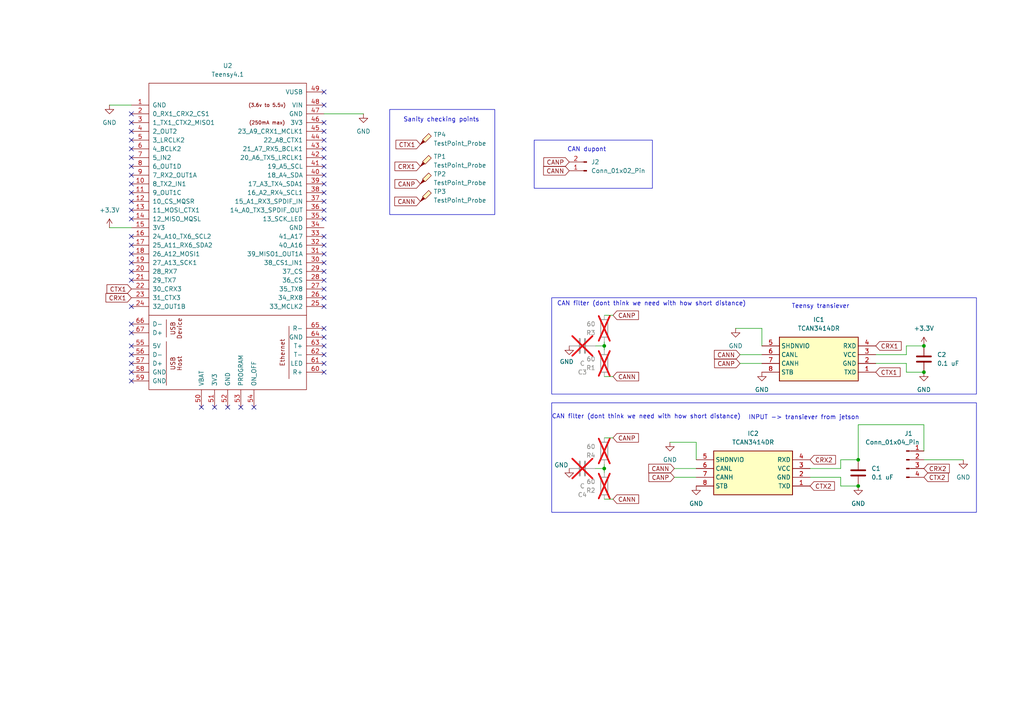
<source format=kicad_sch>
(kicad_sch (version 20231120) (generator "eeschema") (generator_version "8.0")
  (paper "A4")
  (lib_symbols
    (symbol "Connector:Conn_01x02_Pin" (pin_names (offset 1.016) hide)
      (property "Reference" "J" (at 0 2.54 0))
      (property "Value" "Conn_01x02_Pin" (at 0 -5.08 0))
      (symbol "Conn_01x02_Pin_1_1"
        (polyline (pts (xy 1.27 -2.54) (xy 0.8636 -2.54)) (stroke (width 0.1524)))
        (polyline (pts (xy 1.27 0) (xy 0.8636 0)) (stroke (width 0.1524)))
        (rectangle (start 0.8636 -2.413) (end 0 -2.667) (stroke (width 0.1524)) (fill (type outline)))
        (rectangle (start 0.8636 0.127) (end 0 -0.127) (stroke (width 0.1524)) (fill (type outline)))
        (pin passive line (at 5.08 0 180) (length 3.81) (name "Pin_1") (number "1"))
        (pin passive line (at 5.08 -2.54 180) (length 3.81) (name "Pin_2") (number "2"))
      )
    )
    (symbol "Connector:Conn_01x04_Pin" (pin_names (offset 1.016) hide)
      (property "Reference" "J" (at 0 5.08 0))
      (property "Value" "Conn_01x04_Pin" (at 0 -7.62 0))
      (symbol "Conn_01x04_Pin_1_1"
        (polyline (pts (xy 1.27 -5.08) (xy 0.8636 -5.08)) (stroke (width 0.1524)))
        (polyline (pts (xy 1.27 -2.54) (xy 0.8636 -2.54)) (stroke (width 0.1524)))
        (polyline (pts (xy 1.27 0) (xy 0.8636 0)) (stroke (width 0.1524)))
        (polyline (pts (xy 1.27 2.54) (xy 0.8636 2.54)) (stroke (width 0.1524)))
        (rectangle (start 0.8636 -4.953) (end 0 -5.207) (stroke (width 0.1524)) (fill (type outline)))
        (rectangle (start 0.8636 -2.413) (end 0 -2.667) (stroke (width 0.1524)) (fill (type outline)))
        (rectangle (start 0.8636 0.127) (end 0 -0.127) (stroke (width 0.1524)) (fill (type outline)))
        (rectangle (start 0.8636 2.667) (end 0 2.413) (stroke (width 0.1524)) (fill (type outline)))
        (pin passive line (at 5.08 2.54 180) (length 3.81) (name "Pin_1") (number "1"))
        (pin passive line (at 5.08 0 180) (length 3.81) (name "Pin_2") (number "2"))
        (pin passive line (at 5.08 -2.54 180) (length 3.81) (name "Pin_3") (number "3"))
        (pin passive line (at 5.08 -5.08 180) (length 3.81) (name "Pin_4") (number "4"))
      )
    )
    (symbol "Connector:TestPoint_Probe" (pin_numbers hide) (pin_names (offset 0.762) hide)
      (property "Reference" "TP" (at 1.651 5.842 0))
      (property "Value" "TestPoint_Probe" (at 1.651 4.064 0))
      (symbol "TestPoint_Probe_0_1"
        (polyline (pts (xy 1.27 0.762) (xy 0 0) (xy 0.762 1.27) (xy 1.27 0.762)) (fill (type outline)))
        (polyline (pts (xy 1.397 0.635) (xy 0.635 1.397) (xy 2.413 3.175) (xy 3.175 2.413) (xy 1.397 0.635)) (fill (type background)))
      )
      (symbol "TestPoint_Probe_1_1"
        (pin passive line (at 0 0 90) (length 0) (name "1") (number "1"))
      )
    )
    (symbol "Device:C" (pin_numbers hide) (pin_names (offset 0.254))
      (property "Reference" "C" (at 0.635 2.54 0))
      (property "Value" "C" (at 0.635 -2.54 0))
      (symbol "C_0_1"
        (polyline (pts (xy -2.032 -0.762) (xy 2.032 -0.762)) (stroke (width 0.508)))
        (polyline (pts (xy -2.032 0.762) (xy 2.032 0.762)) (stroke (width 0.508)))
      )
      (symbol "C_1_1"
        (pin passive line (at 0 3.81 270) (length 2.794) (name "~") (number "1"))
        (pin passive line (at 0 -3.81 90) (length 2.794) (name "~") (number "2"))
      )
    )
    (symbol "Device:R" (pin_numbers hide) (pin_names (offset 0))
      (property "Reference" "R" (at 2.032 0 90))
      (property "Value" "R" (at 0 0 90))
      (symbol "R_0_1"
        (rectangle (start -1.016 -2.54) (end 1.016 2.54) (stroke (width 0.254)))
      )
      (symbol "R_1_1"
        (pin passive line (at 0 3.81 270) (length 1.27) (name "~") (number "1"))
        (pin passive line (at 0 -3.81 90) (length 1.27) (name "~") (number "2"))
      )
    )
    (symbol "TCAN3414DR:TCAN3414DR"
      (property "Reference" "IC" (at 29.21 7.62 0))
      (property "Value" "TCAN3414DR" (at 29.21 5.08 0))
      (symbol "TCAN3414DR_1_1"
        (rectangle (start 5.08 2.54) (end 27.94 -10.16) (stroke (width 0.254)) (fill (type background)))
        (pin passive line (at 0 0 0) (length 5.08) (name "TXD") (number "1"))
        (pin passive line (at 0 -2.54 0) (length 5.08) (name "GND") (number "2"))
        (pin passive line (at 0 -5.08 0) (length 5.08) (name "VCC") (number "3"))
        (pin passive line (at 0 -7.62 0) (length 5.08) (name "RXD") (number "4"))
        (pin passive line (at 33.02 -7.62 180) (length 5.08) (name "SHDNVIO") (number "5"))
        (pin passive line (at 33.02 -5.08 180) (length 5.08) (name "CANL") (number "6"))
        (pin passive line (at 33.02 -2.54 180) (length 5.08) (name "CANH") (number "7"))
        (pin passive line (at 33.02 0 180) (length 5.08) (name "STB") (number "8"))
      )
    )
    (symbol "power:+3.3V" (power) (pin_numbers hide) (pin_names (offset 0) hide)
      (property "Value" "+3.3V" (at 0 3.556 0))
      (symbol "+3.3V_0_1"
        (polyline (pts (xy -0.762 1.27) (xy 0 2.54)))
        (polyline (pts (xy 0 0) (xy 0 2.54)))
        (polyline (pts (xy 0 2.54) (xy 0.762 1.27)))
      )
      (symbol "+3.3V_1_1"
        (pin power_in line (at 0 0 90) (length 0) (name "~") (number "1"))
      )
    )
    (symbol "power:GND" (power) (pin_numbers hide) (pin_names (offset 0) hide)
      (property "Value" "GND" (at 0 -3.81 0))
      (symbol "GND_0_1"
        (polyline (pts (xy 0 0) (xy 0 -1.27) (xy 1.27 -1.27) (xy 0 -2.54) (xy -1.27 -1.27) (xy 0 -1.27)))
      )
      (symbol "GND_1_1"
        (pin power_in line (at 0 0 270) (length 0) (name "~") (number "1"))
      )
    )
    (symbol "teensy:Teensy4.1" (pin_names (offset 1.016))
      (property "Reference" "U" (at 0 64.77 0))
      (property "Value" "Teensy4.1" (at 0 62.23 0))
      (symbol "Teensy4.1_0_0"
        (polyline (pts (xy -22.86 -6.35) (xy 22.86 -6.35)))
        (polyline (pts (xy -17.78 -26.67) (xy -17.78 -13.97)))
        (polyline (pts (xy -17.78 -7.62) (xy -17.78 -12.7)))
        (polyline (pts (xy 17.78 -9.525) (xy 17.78 -24.765)))
        (text "(250mA max)" (at 11.43 49.53 0) (effects (font (size 1.016 1.016))))
        (text "(3.6v to 5.5v)" (at 11.43 54.61 0) (effects (font (size 1.016 1.016))))
        (text "Device" (at -13.97 -10.16 900) (effects (font (size 1.27 1.27))))
        (text "Ethernet" (at 15.875 -17.145 900) (effects (font (size 1.27 1.27))))
        (text "Host" (at -13.97 -20.32 900) (effects (font (size 1.27 1.27))))
        (text "USB" (at -15.875 -20.32 900) (effects (font (size 1.27 1.27))))
        (text "USB" (at -15.875 -10.16 900) (effects (font (size 1.27 1.27))))
        (pin bidirectional line (at -27.94 31.75 0) (length 5.08) (name "8_TX2_IN1") (number "10"))
        (pin bidirectional line (at -27.94 29.21 0) (length 5.08) (name "9_OUT1C") (number "11"))
        (pin bidirectional line (at -27.94 26.67 0) (length 5.08) (name "10_CS_MQSR") (number "12"))
        (pin bidirectional line (at -27.94 24.13 0) (length 5.08) (name "11_MOSI_CTX1") (number "13"))
        (pin bidirectional line (at -27.94 21.59 0) (length 5.08) (name "12_MISO_MQSL") (number "14"))
        (pin power_in line (at -27.94 19.05 0) (length 5.08) (name "3V3") (number "15"))
        (pin bidirectional line (at -27.94 16.51 0) (length 5.08) (name "24_A10_TX6_SCL2") (number "16"))
        (pin bidirectional line (at -27.94 13.97 0) (length 5.08) (name "25_A11_RX6_SDA2") (number "17"))
        (pin bidirectional line (at -27.94 11.43 0) (length 5.08) (name "26_A12_MOSI1") (number "18"))
        (pin bidirectional line (at -27.94 8.89 0) (length 5.08) (name "27_A13_SCK1") (number "19"))
        (pin bidirectional line (at -27.94 6.35 0) (length 5.08) (name "28_RX7") (number "20"))
        (pin bidirectional line (at -27.94 3.81 0) (length 5.08) (name "29_TX7") (number "21"))
        (pin bidirectional line (at -27.94 1.27 0) (length 5.08) (name "30_CRX3") (number "22"))
        (pin bidirectional line (at -27.94 -1.27 0) (length 5.08) (name "31_CTX3") (number "23"))
        (pin bidirectional line (at -27.94 -3.81 0) (length 5.08) (name "32_OUT1B") (number "24"))
        (pin bidirectional line (at 27.94 -3.81 180) (length 5.08) (name "33_MCLK2") (number "25"))
        (pin bidirectional line (at 27.94 -1.27 180) (length 5.08) (name "34_RX8") (number "26"))
        (pin bidirectional line (at 27.94 1.27 180) (length 5.08) (name "35_TX8") (number "27"))
        (pin bidirectional line (at 27.94 3.81 180) (length 5.08) (name "36_CS") (number "28"))
        (pin bidirectional line (at 27.94 6.35 180) (length 5.08) (name "37_CS") (number "29"))
        (pin bidirectional line (at 27.94 8.89 180) (length 5.08) (name "38_CS1_IN1") (number "30"))
        (pin bidirectional line (at 27.94 11.43 180) (length 5.08) (name "39_MISO1_OUT1A") (number "31"))
        (pin bidirectional line (at 27.94 13.97 180) (length 5.08) (name "40_A16") (number "32"))
        (pin bidirectional line (at 27.94 16.51 180) (length 5.08) (name "41_A17") (number "33"))
        (pin bidirectional line (at 27.94 21.59 180) (length 5.08) (name "13_SCK_LED") (number "35"))
        (pin bidirectional line (at 27.94 24.13 180) (length 5.08) (name "14_A0_TX3_SPDIF_OUT") (number "36"))
        (pin bidirectional line (at 27.94 26.67 180) (length 5.08) (name "15_A1_RX3_SPDIF_IN") (number "37"))
        (pin bidirectional line (at 27.94 29.21 180) (length 5.08) (name "16_A2_RX4_SCL1") (number "38"))
        (pin bidirectional line (at 27.94 31.75 180) (length 5.08) (name "17_A3_TX4_SDA1") (number "39"))
        (pin bidirectional line (at 27.94 34.29 180) (length 5.08) (name "18_A4_SDA") (number "40"))
        (pin bidirectional line (at 27.94 36.83 180) (length 5.08) (name "19_A5_SCL") (number "41"))
        (pin bidirectional line (at 27.94 39.37 180) (length 5.08) (name "20_A6_TX5_LRCLK1") (number "42"))
        (pin bidirectional line (at 27.94 41.91 180) (length 5.08) (name "21_A7_RX5_BCLK1") (number "43"))
        (pin bidirectional line (at 27.94 44.45 180) (length 5.08) (name "22_A8_CTX1") (number "44"))
        (pin bidirectional line (at 27.94 46.99 180) (length 5.08) (name "23_A9_CRX1_MCLK1") (number "45"))
        (pin output line (at 27.94 49.53 180) (length 5.08) (name "3V3") (number "46"))
        (pin output line (at 27.94 52.07 180) (length 5.08) (name "GND") (number "47"))
        (pin power_in line (at 27.94 54.61 180) (length 5.08) (name "VIN") (number "48"))
        (pin power_out line (at 27.94 58.42 180) (length 5.08) (name "VUSB") (number "49"))
        (pin bidirectional line (at -27.94 44.45 0) (length 5.08) (name "3_LRCLK2") (number "5"))
        (pin power_in line (at -7.62 -33.02 90) (length 5.08) (name "VBAT") (number "50"))
        (pin power_in line (at -3.81 -33.02 90) (length 5.08) (name "3V3") (number "51"))
        (pin input line (at 0 -33.02 90) (length 5.08) (name "GND") (number "52"))
        (pin input line (at 3.81 -33.02 90) (length 5.08) (name "PROGRAM") (number "53"))
        (pin input line (at 7.62 -33.02 90) (length 5.08) (name "ON_OFF") (number "54"))
        (pin power_out line (at -27.94 -15.24 0) (length 5.08) (name "5V") (number "55"))
        (pin bidirectional line (at -27.94 -17.78 0) (length 5.08) (name "D-") (number "56"))
        (pin bidirectional line (at -27.94 -20.32 0) (length 5.08) (name "D+") (number "57"))
        (pin power_in line (at -27.94 -22.86 0) (length 5.08) (name "GND") (number "58"))
        (pin power_in line (at -27.94 -25.4 0) (length 5.08) (name "GND") (number "59"))
        (pin bidirectional line (at -27.94 41.91 0) (length 5.08) (name "4_BCLK2") (number "6"))
        (pin bidirectional line (at 27.94 -22.86 180) (length 5.08) (name "R+") (number "60"))
        (pin bidirectional line (at 27.94 -20.32 180) (length 5.08) (name "LED") (number "61"))
        (pin bidirectional line (at 27.94 -17.78 180) (length 5.08) (name "T-") (number "62"))
        (pin bidirectional line (at 27.94 -15.24 180) (length 5.08) (name "T+") (number "63"))
        (pin power_in line (at 27.94 -12.7 180) (length 5.08) (name "GND") (number "64"))
        (pin bidirectional line (at 27.94 -10.16 180) (length 5.08) (name "R-") (number "65"))
        (pin bidirectional line (at -27.94 -8.89 0) (length 5.08) (name "D-") (number "66"))
        (pin bidirectional line (at -27.94 -11.43 0) (length 5.08) (name "D+") (number "67"))
        (pin bidirectional line (at -27.94 39.37 0) (length 5.08) (name "5_IN2") (number "7"))
        (pin bidirectional line (at -27.94 36.83 0) (length 5.08) (name "6_OUT1D") (number "8"))
        (pin bidirectional line (at -27.94 34.29 0) (length 5.08) (name "7_RX2_OUT1A") (number "9"))
      )
      (symbol "Teensy4.1_0_1"
        (rectangle (start -22.86 60.96) (end 22.86 -27.94))
        (rectangle (start -20.32 -1.27) (end -20.32 -1.27))
      )
      (symbol "Teensy4.1_1_1"
        (pin power_in line (at -27.94 54.61 0) (length 5.08) (name "GND") (number "1"))
        (pin bidirectional line (at -27.94 52.07 0) (length 5.08) (name "0_RX1_CRX2_CS1") (number "2"))
        (pin bidirectional line (at -27.94 49.53 0) (length 5.08) (name "1_TX1_CTX2_MISO1") (number "3"))
        (pin power_in line (at 27.94 19.05 180) (length 5.08) (name "GND") (number "34"))
        (pin bidirectional line (at -27.94 46.99 0) (length 5.08) (name "2_OUT2") (number "4"))
      )
    )
  )
  (junction (at 267.97 107.95))
  (junction (at 175.26 100.33))
  (junction (at 175.26 135.89))
  (junction (at 248.92 140.97))
  (junction (at 267.97 100.33))
  (junction (at 248.92 133.35))
  (no_connect (at 38.1 93.98))
  (no_connect (at 93.98 73.66))
  (no_connect (at 38.1 88.9))
  (no_connect (at 38.1 102.87))
  (no_connect (at 38.1 110.49))
  (no_connect (at 93.98 50.8))
  (no_connect (at 93.98 76.2))
  (no_connect (at 38.1 76.2))
  (no_connect (at 93.98 48.26))
  (no_connect (at 93.98 45.72))
  (no_connect (at 38.1 40.64))
  (no_connect (at 38.1 100.33))
  (no_connect (at 93.98 26.67))
  (no_connect (at 93.98 43.18))
  (no_connect (at 38.1 63.5))
  (no_connect (at 38.1 78.74))
  (no_connect (at 93.98 78.74))
  (no_connect (at 38.1 71.12))
  (no_connect (at 38.1 55.88))
  (no_connect (at 38.1 105.41))
  (no_connect (at 38.1 50.8))
  (no_connect (at 93.98 100.33))
  (no_connect (at 93.98 63.5))
  (no_connect (at 93.98 86.36))
  (no_connect (at 93.98 88.9))
  (no_connect (at 38.1 45.72))
  (no_connect (at 93.98 107.95))
  (no_connect (at 66.04 118.11))
  (no_connect (at 93.98 102.87))
  (no_connect (at 62.23 118.11))
  (no_connect (at 38.1 68.58))
  (no_connect (at 38.1 107.95))
  (no_connect (at 93.98 97.79))
  (no_connect (at 73.66 118.11))
  (no_connect (at 38.1 96.52))
  (no_connect (at 38.1 60.96))
  (no_connect (at 38.1 43.18))
  (no_connect (at 38.1 81.28))
  (no_connect (at 93.98 35.56))
  (no_connect (at 93.98 53.34))
  (no_connect (at 93.98 40.64))
  (no_connect (at 93.98 58.42))
  (no_connect (at 69.85 118.11))
  (no_connect (at 93.98 95.25))
  (no_connect (at 93.98 71.12))
  (no_connect (at 93.98 83.82))
  (no_connect (at 38.1 73.66))
  (no_connect (at 38.1 53.34))
  (no_connect (at 93.98 60.96))
  (no_connect (at 93.98 55.88))
  (no_connect (at 38.1 35.56))
  (no_connect (at 58.42 118.11))
  (no_connect (at 38.1 58.42))
  (no_connect (at 38.1 38.1))
  (no_connect (at 38.1 48.26))
  (no_connect (at 93.98 38.1))
  (no_connect (at 93.98 30.48))
  (no_connect (at 93.98 68.58))
  (no_connect (at 93.98 81.28))
  (no_connect (at 38.1 33.02))
  (no_connect (at 93.98 105.41))
  (wire (pts (xy 31.75 30.48) (xy 38.1 30.48)))
  (wire (pts (xy 175.26 135.89) (xy 175.26 134.62)))
  (wire (pts (xy 214.63 102.87) (xy 220.98 102.87)))
  (wire (pts (xy 243.84 138.43) (xy 243.84 140.97)))
  (wire (pts (xy 177.8 144.78) (xy 175.26 144.78)))
  (wire (pts (xy 175.26 100.33) (xy 175.26 101.6)))
  (wire (pts (xy 262.89 105.41) (xy 262.89 107.95)))
  (wire (pts (xy 262.89 102.87) (xy 262.89 100.33)))
  (wire (pts (xy 195.58 138.43) (xy 201.93 138.43)))
  (wire (pts (xy 175.26 135.89) (xy 172.72 135.89)))
  (wire (pts (xy 177.8 127) (xy 175.26 127)))
  (wire (pts (xy 234.95 138.43) (xy 243.84 138.43)))
  (wire (pts (xy 267.97 133.35) (xy 279.4 133.35)))
  (wire (pts (xy 248.92 123.19) (xy 248.92 133.35)))
  (wire (pts (xy 267.97 123.19) (xy 248.92 123.19)))
  (wire (pts (xy 262.89 100.33) (xy 267.97 100.33)))
  (wire (pts (xy 214.63 105.41) (xy 220.98 105.41)))
  (wire (pts (xy 254 102.87) (xy 262.89 102.87)))
  (wire (pts (xy 234.95 135.89) (xy 243.84 135.89)))
  (wire (pts (xy 195.58 135.89) (xy 201.93 135.89)))
  (wire (pts (xy 31.75 66.04) (xy 38.1 66.04)))
  (wire (pts (xy 262.89 107.95) (xy 267.97 107.95)))
  (wire (pts (xy 201.93 128.27) (xy 201.93 133.35)))
  (wire (pts (xy 220.98 95.25) (xy 220.98 100.33)))
  (wire (pts (xy 177.8 91.44) (xy 175.26 91.44)))
  (wire (pts (xy 175.26 135.89) (xy 175.26 137.16)))
  (wire (pts (xy 243.84 133.35) (xy 248.92 133.35)))
  (wire (pts (xy 177.8 109.22) (xy 175.26 109.22)))
  (wire (pts (xy 194.31 128.27) (xy 201.93 128.27)))
  (wire (pts (xy 175.26 100.33) (xy 175.26 99.06)))
  (wire (pts (xy 213.36 95.25) (xy 220.98 95.25)))
  (wire (pts (xy 243.84 135.89) (xy 243.84 133.35)))
  (wire (pts (xy 93.98 33.02) (xy 105.41 33.02)))
  (wire (pts (xy 267.97 123.19) (xy 267.97 130.81)))
  (wire (pts (xy 175.26 100.33) (xy 172.72 100.33)))
  (wire (pts (xy 254 105.41) (xy 262.89 105.41)))
  (wire (pts (xy 243.84 140.97) (xy 248.92 140.97)))
  (rectangle (start 154.94 40.64) (end 189.23 54.61))
  (rectangle (start 160.02 86.36) (end 283.21 114.3))
  (rectangle (start 113.03 31.75) (end 143.51 62.23))
  (rectangle (start 160.02 116.84) (end 283.21 148.59))
  (text "CAN dupont" (at 170.18 43.434 0) (effects (font (size 1.27 1.27))))
  (text "Teensy transiever" (at 237.998 88.9 0) (effects (font (size 1.27 1.27))))
  (text "Sanity checking points" (at 128.016 34.798 0) (effects (font (size 1.27 1.27))))
  (text "INPUT -> transiever from jetson" (at 233.172 121.158 0) (effects (font (size 1.27 1.27))))
  (text "CAN filter (dont think we need with how short distance)" (at 188.976 88.138 0) (effects (font (size 1.27 1.27))))
  (text "CAN filter (dont think we need with how short distance)" (at 187.452 120.904 0) (effects (font (size 1.27 1.27))))
  (global_label "CANP" (shape input) (at 177.8 127 0) (property "Intersheetrefs" "${INTERSHEET_REFS}" (effects (hide yes))))
  (global_label "CANN" (shape input) (at 214.63 102.87 180) (property "Intersheetrefs" "${INTERSHEET_REFS}" (effects (hide yes))))
  (global_label "CRX1" (shape input) (at 254 100.33 0) (property "Intersheetrefs" "${INTERSHEET_REFS}" (effects (hide yes))))
  (global_label "CRX1" (shape input) (at 121.92 48.26 180) (property "Intersheetrefs" "${INTERSHEET_REFS}" (effects (hide yes))))
  (global_label "CTX1" (shape input) (at 38.1 83.82 180) (property "Intersheetrefs" "${INTERSHEET_REFS}" (effects (hide yes))))
  (global_label "CRX1" (shape input) (at 38.1 86.36 180) (property "Intersheetrefs" "${INTERSHEET_REFS}" (effects (hide yes))))
  (global_label "CRX2" (shape input) (at 234.95 133.35 0) (property "Intersheetrefs" "${INTERSHEET_REFS}" (effects (hide yes))))
  (global_label "CTX1" (shape input) (at 121.92 41.91 180) (property "Intersheetrefs" "${INTERSHEET_REFS}" (effects (hide yes))))
  (global_label "CTX2" (shape input) (at 267.97 138.43 0) (property "Intersheetrefs" "${INTERSHEET_REFS}" (effects (hide yes))))
  (global_label "CANP" (shape input) (at 165.1 46.99 180) (property "Intersheetrefs" "${INTERSHEET_REFS}" (effects (hide yes))))
  (global_label "CANP" (shape input) (at 195.58 138.43 180) (property "Intersheetrefs" "${INTERSHEET_REFS}" (effects (hide yes))))
  (global_label "CANN" (shape input) (at 177.8 144.78 0) (property "Intersheetrefs" "${INTERSHEET_REFS}" (effects (hide yes))))
  (global_label "CANN" (shape input) (at 195.58 135.89 180) (property "Intersheetrefs" "${INTERSHEET_REFS}" (effects (hide yes))))
  (global_label "CANP" (shape input) (at 214.63 105.41 180) (property "Intersheetrefs" "${INTERSHEET_REFS}" (effects (hide yes))))
  (global_label "CANN" (shape input) (at 177.8 109.22 0) (property "Intersheetrefs" "${INTERSHEET_REFS}" (effects (hide yes))))
  (global_label "CTX2" (shape input) (at 234.95 140.97 0) (property "Intersheetrefs" "${INTERSHEET_REFS}" (effects (hide yes))))
  (global_label "CANP" (shape input) (at 177.8 91.44 0) (property "Intersheetrefs" "${INTERSHEET_REFS}" (effects (hide yes))))
  (global_label "CANN" (shape input) (at 165.1 49.53 180) (property "Intersheetrefs" "${INTERSHEET_REFS}" (effects (hide yes))))
  (global_label "CANP" (shape input) (at 121.92 53.34 180) (property "Intersheetrefs" "${INTERSHEET_REFS}" (effects (hide yes))))
  (global_label "CANN" (shape input) (at 121.92 58.42 180) (property "Intersheetrefs" "${INTERSHEET_REFS}" (effects (hide yes))))
  (global_label "CTX1" (shape input) (at 254 107.95 0) (property "Intersheetrefs" "${INTERSHEET_REFS}" (effects (hide yes))))
  (global_label "CRX2" (shape input) (at 267.97 135.89 0) (property "Intersheetrefs" "${INTERSHEET_REFS}" (effects (hide yes))))
  (symbol (lib_id "TCAN3414DR:TCAN3414DR") (at 254 107.95 180) (unit 1)
    (property "Reference" "IC1" (at 237.49 92.71 0))
    (property "Value" "TCAN3414DR" (at 237.49 95.25 0))
    (property "Footprint" "Package_SO:SOIC-8_3.9x4.9mm_P1.27mm" (effects (hide yes)))
    (property "Datasheet" "https://www.ti.com/lit/ds/symlink/tcan3414.pdf?ts=1713723144569&ref_url=https%253A%252F%252Fwww.mouser.ch%252F" (effects (hide yes)))
    (property "Description" "3.3-V CAN FD transceiver with shut-down and standby mode" (effects (hide yes)))
    (property "Height" "1.75" (effects (hide yes)))
    (property "Mouser Part Number" "595-TCAN3414DR" (effects (hide yes)))
    (property "Mouser Price/Stock" "https://www.mouser.co.uk/ProductDetail/Texas-Instruments/TCAN3414DR?qs=mELouGlnn3egF2AojRJddw%3D%3D" (effects (hide yes)))
    (property "Manufacturer_Name" "Texas Instruments" (effects (hide yes)))
    (property "Manufacturer_Part_Number" "TCAN3414DR" (effects (hide yes)))
  )
  (symbol (lib_id "power:GND") (at 201.93 140.97 0) (unit 1)
    (property "Reference" "#PWR07" (effects (hide yes)))
    (property "Value" "GND" (at 201.93 146.05 0))
    (property "Description" "Power symbol creates a global label with name \"GND\" , ground" (effects (hide yes)))
  )
  (symbol (lib_id "power:+3.3V") (at 31.75 66.04 0) (unit 1)
    (property "Reference" "#PWR06" (effects (hide yes)))
    (property "Value" "+3.3V" (at 31.75 60.96 0))
    (property "Description" "Power symbol creates a global label with name \"+3.3V\"" (effects (hide yes)))
  )
  (symbol (lib_id "Device:C") (at 267.97 104.14 0) (unit 1)
    (property "Reference" "C2" (at 271.78 102.8699 0) (effects (justify left)))
    (property "Value" "0.1 uF" (at 271.78 105.4099 0) (effects (justify left)))
    (property "Footprint" "Capacitor_SMD:C_0805_2012Metric_Pad1.18x1.45mm_HandSolder" (effects (hide yes)))
    (property "Description" "Unpolarized capacitor" (effects (hide yes)))
  )
  (symbol (lib_id "Device:C") (at 248.92 137.16 0) (unit 1)
    (property "Reference" "C1" (at 252.73 135.8899 0) (effects (justify left)))
    (property "Value" "0.1 uF" (at 252.73 138.4299 0) (effects (justify left)))
    (property "Footprint" "Capacitor_SMD:C_0805_2012Metric_Pad1.18x1.45mm_HandSolder" (effects (hide yes)))
    (property "Description" "Unpolarized capacitor" (effects (hide yes)))
  )
  (symbol (lib_id "power:GND") (at 165.1 135.89 0) (unit 1)
    (property "Reference" "#PWR012" (effects (hide yes)))
    (property "Value" "GND" (at 160.782 134.874 0) (effects (justify left)))
    (property "Description" "Power symbol creates a global label with name \"GND\" , ground" (effects (hide yes)))
  )
  (symbol (lib_id "TCAN3414DR:TCAN3414DR") (at 234.95 140.97 180) (unit 1)
    (property "Reference" "IC2" (at 218.44 125.73 0))
    (property "Value" "TCAN3414DR" (at 218.44 128.27 0))
    (property "Footprint" "Package_SO:SOIC-8_3.9x4.9mm_P1.27mm" (effects (hide yes)))
    (property "Datasheet" "https://www.ti.com/lit/ds/symlink/tcan3414.pdf?ts=1713723144569&ref_url=https%253A%252F%252Fwww.mouser.ch%252F" (effects (hide yes)))
    (property "Description" "3.3-V CAN FD transceiver with shut-down and standby mode" (effects (hide yes)))
    (property "Height" "1.75" (effects (hide yes)))
    (property "Mouser Part Number" "595-TCAN3414DR" (effects (hide yes)))
    (property "Mouser Price/Stock" "https://www.mouser.co.uk/ProductDetail/Texas-Instruments/TCAN3414DR?qs=mELouGlnn3egF2AojRJddw%3D%3D" (effects (hide yes)))
    (property "Manufacturer_Name" "Texas Instruments" (effects (hide yes)))
    (property "Manufacturer_Part_Number" "TCAN3414DR" (effects (hide yes)))
  )
  (symbol (lib_id "Connector:Conn_01x02_Pin") (at 170.18 49.53 180) (unit 1)
    (property "Reference" "J2" (at 171.45 46.9899 0) (effects (justify right)))
    (property "Value" "Conn_01x02_Pin" (at 171.45 49.5299 0) (effects (justify right)))
    (property "Footprint" "Connector_PinHeader_2.54mm:PinHeader_1x02_P2.54mm_Vertical" (effects (hide yes)))
    (property "Description" "Generic connector, single row, 01x02, script generated" (effects (hide yes)))
  )
  (symbol (lib_id "power:GND") (at 194.31 128.27 0) (unit 1)
    (property "Reference" "#PWR05" (effects (hide yes)))
    (property "Value" "GND" (at 194.31 133.35 0))
    (property "Description" "Power symbol creates a global label with name \"GND\" , ground" (effects (hide yes)))
  )
  (symbol (lib_id "power:GND") (at 267.97 107.95 0) (unit 1)
    (property "Reference" "#PWR01" (effects (hide yes)))
    (property "Value" "GND" (at 267.97 113.03 0))
    (property "Description" "Power symbol creates a global label with name \"GND\" , ground" (effects (hide yes)))
  )
  (symbol (lib_id "Device:R") (at 175.26 130.81 180) (unit 1) (dnp yes)
    (property "Reference" "R4" (at 172.72 132.0801 0) (effects (justify left)))
    (property "Value" "60" (at 172.72 129.5401 0) (effects (justify left)))
    (property "Footprint" "Resistor_SMD:R_0805_2012Metric_Pad1.20x1.40mm_HandSolder" (effects (hide yes)))
    (property "Description" "Resistor" (effects (hide yes)))
  )
  (symbol (lib_id "Connector:TestPoint_Probe") (at 121.92 53.34 0) (unit 1)
    (property "Reference" "TP2" (at 125.73 50.4824 0) (effects (justify left)))
    (property "Value" "TestPoint_Probe" (at 125.73 53.0224 0) (effects (justify left)))
    (property "Footprint" "TestPoint:TestPoint_Plated_Hole_D3.0mm" (effects (hide yes)))
    (property "Description" "test point (alternative probe-style design)" (effects (hide yes)))
  )
  (symbol (lib_id "power:GND") (at 220.98 107.95 0) (unit 1)
    (property "Reference" "#PWR04" (effects (hide yes)))
    (property "Value" "GND" (at 220.98 113.03 0))
    (property "Description" "Power symbol creates a global label with name \"GND\" , ground" (effects (hide yes)))
  )
  (symbol (lib_id "power:GND") (at 165.1 100.33 0) (unit 1)
    (property "Reference" "#PWR011" (effects (hide yes)))
    (property "Value" "GND" (at 162.306 104.902 0) (effects (justify left)))
    (property "Description" "Power symbol creates a global label with name \"GND\" , ground" (effects (hide yes)))
  )
  (symbol (lib_id "teensy:Teensy4.1") (at 66.04 85.09 0) (unit 1)
    (property "Reference" "U2" (at 66.04 19.05 0))
    (property "Value" "Teensy4.1" (at 66.04 21.59 0))
    (property "Footprint" "teensy:Teensy41" (effects (hide yes)))
  )
  (symbol (lib_id "Device:C") (at 168.91 135.89 270) (unit 1) (dnp yes)
    (property "Reference" "C4" (at 168.91 143.51 90))
    (property "Value" "C" (at 168.91 140.97 90))
    (property "Footprint" "Capacitor_SMD:C_0805_2012Metric_Pad1.18x1.45mm_HandSolder" (effects (hide yes)))
    (property "Description" "Unpolarized capacitor" (effects (hide yes)))
  )
  (symbol (lib_id "Device:R") (at 175.26 95.25 180) (unit 1) (dnp yes)
    (property "Reference" "R3" (at 172.72 96.5201 0) (effects (justify left)))
    (property "Value" "60" (at 172.72 93.9801 0) (effects (justify left)))
    (property "Footprint" "Resistor_SMD:R_0805_2012Metric_Pad1.20x1.40mm_HandSolder" (effects (hide yes)))
    (property "Description" "Resistor" (effects (hide yes)))
  )
  (symbol (lib_id "Device:R") (at 175.26 105.41 180) (unit 1) (dnp yes)
    (property "Reference" "R1" (at 172.72 106.6801 0) (effects (justify left)))
    (property "Value" "60" (at 172.72 104.1401 0) (effects (justify left)))
    (property "Footprint" "Resistor_SMD:R_0805_2012Metric_Pad1.20x1.40mm_HandSolder" (effects (hide yes)))
    (property "Description" "Resistor" (effects (hide yes)))
  )
  (symbol (lib_id "Device:C") (at 168.91 100.33 270) (unit 1) (dnp yes)
    (property "Reference" "C3" (at 168.91 107.95 90))
    (property "Value" "C" (at 168.91 105.41 90))
    (property "Footprint" "Capacitor_SMD:C_0805_2012Metric_Pad1.18x1.45mm_HandSolder" (effects (hide yes)))
    (property "Description" "Unpolarized capacitor" (effects (hide yes)))
  )
  (symbol (lib_id "Connector:TestPoint_Probe") (at 121.92 48.26 0) (unit 1)
    (property "Reference" "TP1" (at 125.73 45.4024 0) (effects (justify left)))
    (property "Value" "TestPoint_Probe" (at 125.73 47.9424 0) (effects (justify left)))
    (property "Footprint" "TestPoint:TestPoint_Plated_Hole_D3.0mm" (effects (hide yes)))
    (property "Description" "test point (alternative probe-style design)" (effects (hide yes)))
  )
  (symbol (lib_id "Connector:TestPoint_Probe") (at 121.92 58.42 0) (unit 1)
    (property "Reference" "TP3" (at 125.73 55.5624 0) (effects (justify left)))
    (property "Value" "TestPoint_Probe" (at 125.73 58.1024 0) (effects (justify left)))
    (property "Footprint" "TestPoint:TestPoint_Plated_Hole_D3.0mm" (effects (hide yes)))
    (property "Description" "test point (alternative probe-style design)" (effects (hide yes)))
  )
  (symbol (lib_id "power:GND") (at 248.92 140.97 0) (unit 1)
    (property "Reference" "#PWR08" (effects (hide yes)))
    (property "Value" "GND" (at 248.92 146.05 0))
    (property "Description" "Power symbol creates a global label with name \"GND\" , ground" (effects (hide yes)))
  )
  (symbol (lib_id "power:GND") (at 213.36 95.25 0) (unit 1)
    (property "Reference" "#PWR03" (effects (hide yes)))
    (property "Value" "GND" (at 213.36 100.33 0))
    (property "Description" "Power symbol creates a global label with name \"GND\" , ground" (effects (hide yes)))
  )
  (symbol (lib_id "power:GND") (at 31.75 30.48 0) (unit 1)
    (property "Reference" "#PWR010" (effects (hide yes)))
    (property "Value" "GND" (at 31.75 35.56 0))
    (property "Description" "Power symbol creates a global label with name \"GND\" , ground" (effects (hide yes)))
  )
  (symbol (lib_id "power:+3.3V") (at 267.97 100.33 0) (unit 1)
    (property "Reference" "#PWR02" (effects (hide yes)))
    (property "Value" "+3.3V" (at 267.97 95.25 0))
    (property "Description" "Power symbol creates a global label with name \"+3.3V\"" (effects (hide yes)))
  )
  (symbol (lib_id "Device:R") (at 175.26 140.97 180) (unit 1) (dnp yes)
    (property "Reference" "R2" (at 172.72 142.2401 0) (effects (justify left)))
    (property "Value" "60" (at 172.72 139.7001 0) (effects (justify left)))
    (property "Footprint" "Resistor_SMD:R_0805_2012Metric_Pad1.20x1.40mm_HandSolder" (effects (hide yes)))
    (property "Description" "Resistor" (effects (hide yes)))
  )
  (symbol (lib_id "power:GND") (at 105.41 33.02 0) (unit 1)
    (property "Reference" "#PWR09" (effects (hide yes)))
    (property "Value" "GND" (at 105.41 38.1 0))
    (property "Description" "Power symbol creates a global label with name \"GND\" , ground" (effects (hide yes)))
  )
  (symbol (lib_id "Connector:TestPoint_Probe") (at 121.92 41.91 0) (unit 1)
    (property "Reference" "TP4" (at 125.73 39.0524 0) (effects (justify left)))
    (property "Value" "TestPoint_Probe" (at 125.73 41.5924 0) (effects (justify left)))
    (property "Footprint" "TestPoint:TestPoint_Plated_Hole_D3.0mm" (effects (hide yes)))
    (property "Description" "test point (alternative probe-style design)" (effects (hide yes)))
  )
  (symbol (lib_id "power:GND") (at 279.4 133.35 0) (unit 1)
    (property "Reference" "#PWR013" (effects (hide yes)))
    (property "Value" "GND" (at 279.4 138.43 0))
    (property "Description" "Power symbol creates a global label with name \"GND\" , ground" (effects (hide yes)))
  )
  (symbol (lib_id "Connector:Conn_01x04_Pin") (at 262.89 133.35 0) (unit 1)
    (property "Reference" "J1" (at 263.525 125.73 0))
    (property "Value" "Conn_01x04_Pin" (at 258.826 128.27 0))
    (property "Footprint" "Connector_PinHeader_2.54mm:PinHeader_1x04_P2.54mm_Vertical" (effects (hide yes)))
    (property "Description" "Generic connector, single row, 01x04, script generated" (effects (hide yes)))
  )
)
</source>
